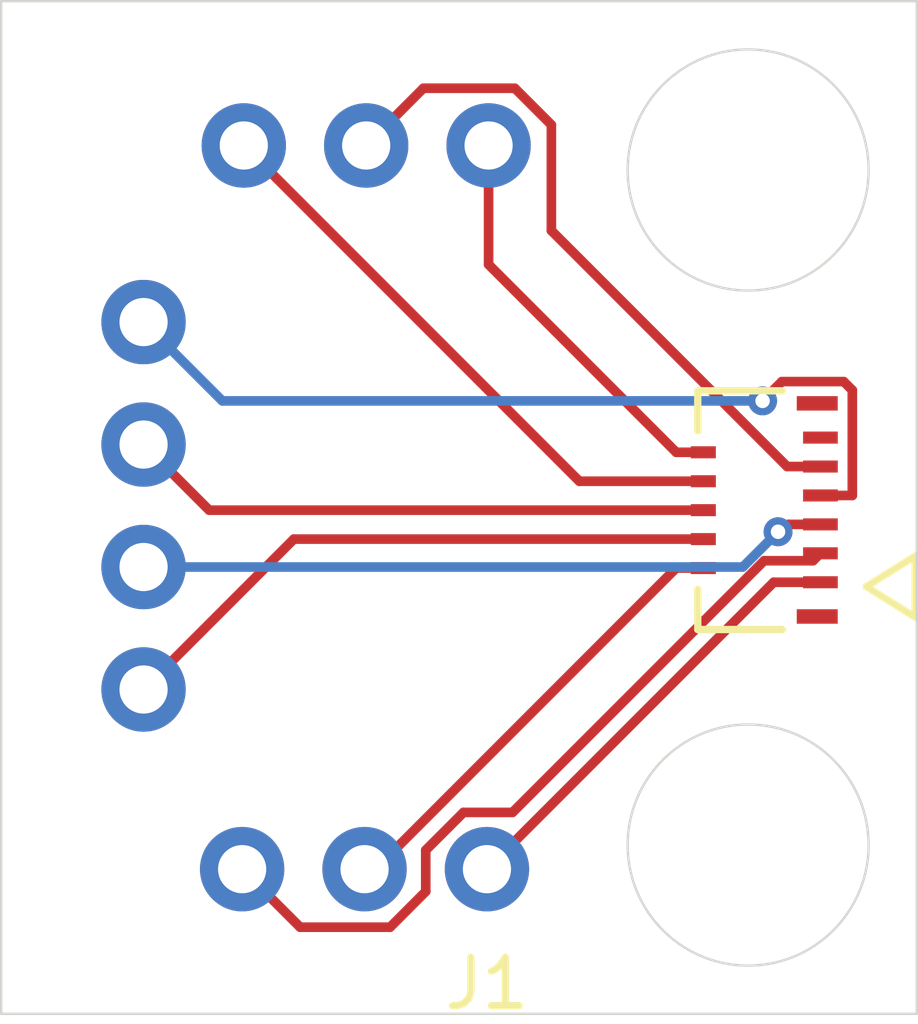
<source format=kicad_pcb>
(kicad_pcb (version 20241229) (generator "pcbnew") (generator_version "9.0")
  (layers (0 "F.Cu" signal) (2 "B.Cu" signal) (13 "F.Paste" user) (15 "B.Paste" user) (5 "F.SilkS" user "F.Silkscreen") (7 "B.SilkS" user "B.Silkscreen") (1 "F.Mask" user) (3 "B.Mask" user) (25 "Edge.Cuts" user))
  (net 0 "")
  (net 4 "/7")
  (net 5 "/4")
  (net 6 "/2")
  (net 7 "/5")
  (net 8 "/6")
  (net 9 "/9")
  (net 10 "/3")
  (net 11 "/8")
  (net 12 "/1")
  (net 13 "/10")
  (footprint "CustomSolderPads:4-pad-sm-vert" (layer "F.Cu") (at 142.954 74.274 180)
    (property "Reference" "J2" (hide yes))
    (property "Value" "Conn_01x04_Pin" (hide yes))
    (pad "1" thru_hole circle (at 0 0 180) (size 1.75 1.75) (drill 1) (layers "*.Cu" "*.Mask") (net 5 "/4"))
    (pad "2" thru_hole circle (at 0 2.54 180) (size 1.75 1.75) (drill 1) (layers "*.Cu" "*.Mask") (net 7 "/5"))
    (pad "3" thru_hole circle (at 0 5.08 180) (size 1.75 1.75) (drill 1) (layers "*.Cu" "*.Mask") (net 8 "/6"))
    (pad "4" thru_hole circle (at 0 7.62 180) (size 1.75 1.75) (drill 1) (layers "*.Cu" "*.Mask") (net 4 "/7"))
  )
  (footprint "CustomSolderPads:3-pad-sm" (layer "F.Cu") (at 150.08 78)
    (property "Reference" "J1" (at 0 2.375 0) (layer "F.SilkS"))
    (property "Value" "Conn_01x03_Pin" (hide yes))
    (pad "1" thru_hole circle (at 0 0) (size 1.75 1.75) (drill 1) (layers "*.Cu" "*.Mask") (net 12 "/1"))
    (pad "2" thru_hole circle (at -2.54 0) (size 1.75 1.75) (drill 1) (layers "*.Cu" "*.Mask") (net 6 "/2"))
    (pad "3" thru_hole circle (at -5.08 0) (size 1.75 1.75) (drill 1) (layers "*.Cu" "*.Mask") (net 10 "/3"))
  )
  (footprint "footprints:CON_5035661102_MOL" (layer "F.Cu") (at 155.88 70.555 90)
    (property "Reference" "C1" (hide yes))
    (property "Value" "5035661102" (hide yes))
    (fp_line (start 2.474995 -1.425) (end 2.474995 0.328388) (stroke (width 0.1524)) (layer "F.SilkS"))
    (fp_line (start 1.645052 -1.425) (end 2.474995 -1.425) (stroke (width 0.1524)) (layer "F.SilkS"))
    (fp_line (start -2.474995 -1.425) (end -1.645029 -1.425) (stroke (width 0.1524)) (layer "F.SilkS"))
    (fp_line (start -2.474995 0.332301) (end -2.474995 -1.425) (stroke (width 0.1524)) (layer "F.SilkS"))
    (fp_line (start -0.950995 3.088) (end -1.585995 2.072) (stroke (width 0.1524)) (layer "F.SilkS"))
    (fp_line (start -0.950995 3.088) (end -2.220995 3.088) (stroke (width 0.1524)) (layer "F.SilkS"))
    (fp_line (start -2.220995 3.088) (end -1.585995 2.072) (stroke (width 0.1524)) (layer "F.SilkS"))
    (pad "1" smd rect (at -1.494995 1.12 90) (size 0.25 0.72) (layers "F.Cu" "F.Mask" "F.Paste") (net 12 "/1"))
    (pad "2" smd rect (at -1.199989 -1.31 90) (size 0.25 0.52) (layers "F.Cu" "F.Mask" "F.Paste") (net 6 "/2"))
    (pad "3" smd rect (at -0.894995 1.12 90) (size 0.25 0.72) (layers "F.Cu" "F.Mask" "F.Paste") (net 10 "/3"))
    (pad "4" smd rect (at -0.599989 -1.31 90) (size 0.25 0.52) (layers "F.Cu" "F.Mask" "F.Paste") (net 5 "/4"))
    (pad "5" smd rect (at -0.294995 1.12 90) (size 0.25 0.72) (layers "F.Cu" "F.Mask" "F.Paste") (net 7 "/5"))
    (pad "6" smd rect (at 0 -1.31 90) (size 0.25 0.52) (layers "F.Cu" "F.Mask" "F.Paste") (net 8 "/6"))
    (pad "7" smd rect (at 0.305005 1.12 90) (size 0.25 0.72) (layers "F.Cu" "F.Mask" "F.Paste") (net 4 "/7"))
    (pad "8" smd rect (at 0.600011 -1.31 90) (size 0.25 0.52) (layers "F.Cu" "F.Mask" "F.Paste") (net 11 "/8"))
    (pad "9" smd rect (at 0.905005 1.12 90) (size 0.25 0.72) (layers "F.Cu" "F.Mask" "F.Paste") (net 9 "/9"))
    (pad "10" smd rect (at 1.200012 -1.31 90) (size 0.25 0.52) (layers "F.Cu" "F.Mask" "F.Paste") (net 13 "/10"))
    (pad "11" smd rect (at 1.505005 1.12 90) (size 0.25 0.72) (layers "F.Cu" "F.Mask" "F.Paste"))
    (pad "P1" smd rect (at -2.204916 1.05396 90) (size 0.3 0.85) (layers "F.Cu" "F.Mask" "F.Paste"))
    (pad "P2" smd rect (at 2.215076 1.05396 90) (size 0.3 0.85) (layers "F.Cu" "F.Mask" "F.Paste"))
  )
  (footprint "CustomSolderPads:3-pad-sm" (layer "F.Cu") (at 145.034 62.992 180)
    (property "Reference" "J3" (hide yes))
    (property "Value" "Conn_01x03_Pin" (hide yes))
    (pad "1" thru_hole circle (at 0 0 180) (size 1.75 1.75) (drill 1) (layers "*.Cu" "*.Mask") (net 11 "/8"))
    (pad "2" thru_hole circle (at -2.54 0 180) (size 1.75 1.75) (drill 1) (layers "*.Cu" "*.Mask") (net 9 "/9"))
    (pad "3" thru_hole circle (at -5.08 0 180) (size 1.75 1.75) (drill 1) (layers "*.Cu" "*.Mask") (net 13 "/10"))
  )
  (gr_circle (center 155.5 63.5) (end 158 63.5) (stroke (width 0.05)) (fill no) (layer "Edge.Cuts"))
  (gr_rect (start 140 60) (end 159 81) (stroke (width 0.05)) (fill no) (layer "Edge.Cuts"))
  (gr_circle (center 155.5 77.5) (end 158 77.5) (stroke (width 0.05)) (fill no) (layer "Edge.Cuts"))
  (segment (start 157.662 68.0659) (end 157.484 67.8882) (width 0.2) (layer "F.Cu") (net 4))
  (segment (start 157.662 70.25) (end 157.662 68.0659) (width 0.2) (layer "F.Cu") (net 4))
  (segment (start 157.484 67.8882) (end 156.2 67.8882) (width 0.2) (layer "F.Cu") (net 4))
  (segment (start 156.2 67.8882) (end 155.8 68.2888) (width 0.2) (layer "F.Cu") (net 4))
  (segment (start 157 70.25) (end 157.662 70.25) (width 0.2) (layer "F.Cu") (net 4))
  (via (at 155.8 68.2888) (size 0.6) (drill 0.3) (layers "F.Cu" "B.Cu") (net 4))
  (segment (start 144.589 68.2888) (end 142.954 66.654) (width 0.2) (layer "B.Cu") (net 4))
  (segment (start 155.8 68.2888) (end 144.589 68.2888) (width 0.2) (layer "B.Cu") (net 4))
  (segment (start 146.073 71.155) (end 154.57 71.155) (width 0.2) (layer "F.Cu") (net 5))
  (segment (start 142.954 74.274) (end 146.073 71.155) (width 0.2) (layer "F.Cu") (net 5))
  (segment (start 154.57 71.755) (end 154.008 71.755) (width 0.2) (layer "F.Cu") (net 6))
  (segment (start 154.008 71.755) (end 147.763 78) (width 0.2) (layer "F.Cu") (net 6))
  (segment (start 147.763 78) (end 147.54 78) (width 0.2) (layer "F.Cu") (net 6))
  (segment (start 156.121 71.0025) (end 156.186 71.0025) (width 0.2) (layer "F.Cu") (net 7))
  (segment (start 157 70.85) (end 156.338 70.85) (width 0.2) (layer "F.Cu") (net 7))
  (segment (start 156.186 71.0025) (end 156.338 70.85) (width 0.2) (layer "F.Cu") (net 7))
  (via (at 156.121 71.0025) (size 0.6) (drill 0.3) (layers "F.Cu" "B.Cu") (net 7))
  (segment (start 142.954 71.734) (end 155.389 71.734) (width 0.2) (layer "B.Cu") (net 7))
  (segment (start 155.389 71.734) (end 156.121 71.0025) (width 0.2) (layer "B.Cu") (net 7))
  (segment (start 144.315 70.555) (end 142.954 69.194) (width 0.2) (layer "F.Cu") (net 8))
  (segment (start 154.57 70.555) (end 144.315 70.555) (width 0.2) (layer "F.Cu") (net 8))
  (segment (start 151.417 64.7581) (end 151.417 62.5641) (width 0.2) (layer "F.Cu") (net 9))
  (segment (start 151.417 62.5641) (end 150.658 61.8047) (width 0.2) (layer "F.Cu") (net 9))
  (segment (start 150.658 61.8047) (end 148.761 61.8047) (width 0.2) (layer "F.Cu") (net 9))
  (segment (start 148.761 61.8047) (end 147.574 62.992) (width 0.2) (layer "F.Cu") (net 9))
  (segment (start 156.309 69.65) (end 151.417 64.7581) (width 0.2) (layer "F.Cu") (net 9))
  (segment (start 157 69.65) (end 156.309 69.65) (width 0.2) (layer "F.Cu") (net 9))
  (segment (start 148.81 78.4638) (end 148.81 77.6059) (width 0.2) (layer "F.Cu") (net 10))
  (segment (start 145 78) (end 146.203 79.2032) (width 0.2) (layer "F.Cu") (net 10))
  (segment (start 150.61 76.8233) (end 155.83 71.6042) (width 0.2) (layer "F.Cu") (net 10))
  (segment (start 156.846 71.6042) (end 157 71.45) (width 0.2) (layer "F.Cu") (net 10))
  (segment (start 148.071 79.2032) (end 148.81 78.4638) (width 0.2) (layer "F.Cu") (net 10))
  (segment (start 146.203 79.2032) (end 148.071 79.2032) (width 0.2) (layer "F.Cu") (net 10))
  (segment (start 149.593 76.8233) (end 150.61 76.8233) (width 0.2) (layer "F.Cu") (net 10))
  (segment (start 155.83 71.6042) (end 156.846 71.6042) (width 0.2) (layer "F.Cu") (net 10))
  (segment (start 148.81 77.6059) (end 149.593 76.8233) (width 0.2) (layer "F.Cu") (net 10))
  (segment (start 151.997 69.955) (end 154.57 69.955) (width 0.2) (layer "F.Cu") (net 11))
  (segment (start 145.034 62.992) (end 151.997 69.955) (width 0.2) (layer "F.Cu") (net 11))
  (segment (start 150.08 78) (end 156.03 72.05) (width 0.2) (layer "F.Cu") (net 12))
  (segment (start 156.03 72.05) (end 157 72.05) (width 0.2) (layer "F.Cu") (net 12))
  (segment (start 150.114 62.992) (end 150.114 65.4607) (width 0.2) (layer "F.Cu") (net 13))
  (segment (start 150.114 65.4607) (end 154.008 69.355) (width 0.2) (layer "F.Cu") (net 13))
  (segment (start 154.57 69.355) (end 154.008 69.355) (width 0.2) (layer "F.Cu") (net 13))
)
</source>
